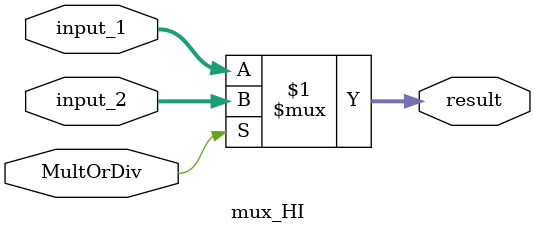
<source format=v>
module mux_HI (
  input  wire        MultOrDiv,
  input  wire [31:0] input_1,
  input  wire [31:0] input_2,
  
  output wire [31:0] result
);

  assign result = MultOrDiv ? input_2 : input_1;

endmodule 
</source>
